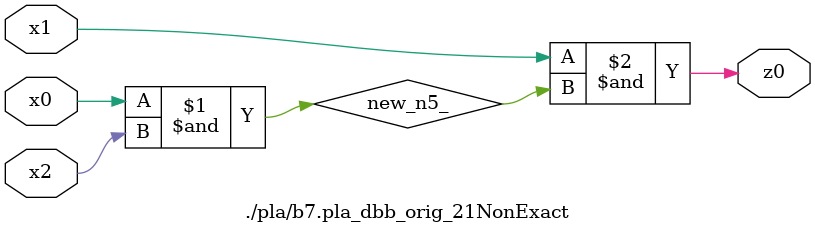
<source format=v>

module \./pla/b7.pla_dbb_orig_21NonExact  ( 
    x0, x1, x2,
    z0  );
  input  x0, x1, x2;
  output z0;
  wire new_n5_;
  assign new_n5_ = x0 & x2;
  assign z0 = x1 & new_n5_;
endmodule



</source>
